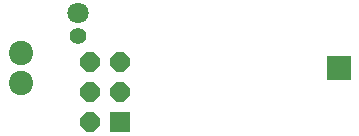
<source format=gbs>
G75*
%MOIN*%
%OFA0B0*%
%FSLAX25Y25*%
%IPPOS*%
%LPD*%
%AMOC8*
5,1,8,0,0,1.08239X$1,22.5*
%
%ADD10R,0.08100X0.08100*%
%ADD11C,0.08100*%
%ADD12C,0.07100*%
%ADD13C,0.05600*%
%ADD14R,0.06506X0.06506*%
%ADD15OC8,0.06506*%
D10*
X0112750Y0040250D03*
D11*
X0006750Y0035250D03*
X0006750Y0045250D03*
D12*
X0025900Y0058545D03*
D13*
X0025900Y0051065D03*
D14*
X0039750Y0022250D03*
D15*
X0029750Y0022250D03*
X0029750Y0032250D03*
X0039750Y0032250D03*
X0039750Y0042250D03*
X0029750Y0042250D03*
M02*

</source>
